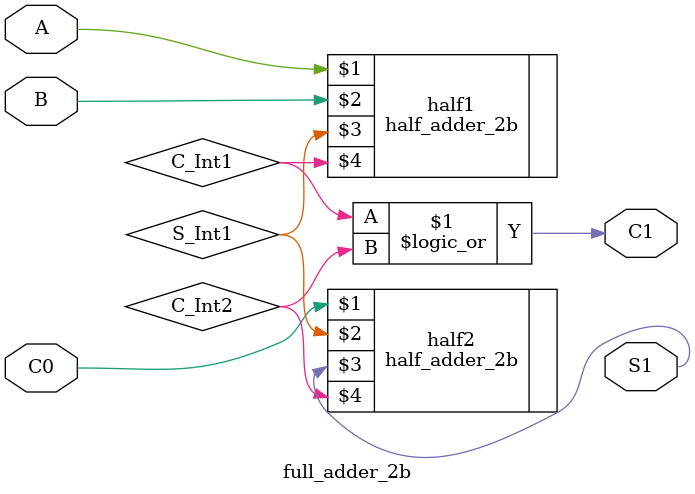
<source format=v>
`timescale 1ns / 1ps


module full_adder_2b(
    input A,
    input B,
    input C0,
    output S1,
    output C1
    );
    
    wire S_Int1;
    wire C_Int1, C_Int2;
    
    half_adder_2b half1(A, B, S_Int1, C_Int1);
    half_adder_2b half2(C0, S_Int1, S1, C_Int2);
    
    assign C1 = C_Int1||C_Int2;
    
endmodule

</source>
